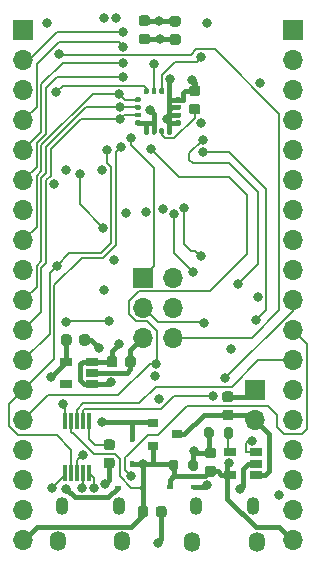
<source format=gbl>
%TF.GenerationSoftware,KiCad,Pcbnew,5.1.10-88a1d61d58~88~ubuntu18.04.1*%
%TF.CreationDate,2021-05-30T13:33:07+03:00*%
%TF.ProjectId,ebyte-E73-2G4M08S1x-board,65627974-652d-4453-9733-2d3247344d30,rev?*%
%TF.SameCoordinates,Original*%
%TF.FileFunction,Copper,L4,Bot*%
%TF.FilePolarity,Positive*%
%FSLAX46Y46*%
G04 Gerber Fmt 4.6, Leading zero omitted, Abs format (unit mm)*
G04 Created by KiCad (PCBNEW 5.1.10-88a1d61d58~88~ubuntu18.04.1) date 2021-05-30 13:33:07*
%MOMM*%
%LPD*%
G01*
G04 APERTURE LIST*
%TA.AperFunction,ComponentPad*%
%ADD10O,1.350000X1.700000*%
%TD*%
%TA.AperFunction,ComponentPad*%
%ADD11O,1.100000X1.500000*%
%TD*%
%TA.AperFunction,ComponentPad*%
%ADD12O,1.700000X1.700000*%
%TD*%
%TA.AperFunction,ComponentPad*%
%ADD13R,1.700000X1.700000*%
%TD*%
%TA.AperFunction,SMDPad,CuDef*%
%ADD14R,0.300000X1.400000*%
%TD*%
%TA.AperFunction,SMDPad,CuDef*%
%ADD15R,0.600000X0.450000*%
%TD*%
%TA.AperFunction,SMDPad,CuDef*%
%ADD16R,0.450000X0.600000*%
%TD*%
%TA.AperFunction,SMDPad,CuDef*%
%ADD17R,1.060000X0.650000*%
%TD*%
%TA.AperFunction,SMDPad,CuDef*%
%ADD18R,0.900000X0.800000*%
%TD*%
%TA.AperFunction,ViaPad*%
%ADD19C,0.800000*%
%TD*%
%TA.AperFunction,Conductor*%
%ADD20C,0.400000*%
%TD*%
%TA.AperFunction,Conductor*%
%ADD21C,0.200000*%
%TD*%
G04 APERTURE END LIST*
%TO.P,C11,2*%
%TO.N,VBUS*%
%TA.AperFunction,SMDPad,CuDef*%
G36*
G01*
X148405000Y-113923000D02*
X148405000Y-114423000D01*
G75*
G02*
X148180000Y-114648000I-225000J0D01*
G01*
X147730000Y-114648000D01*
G75*
G02*
X147505000Y-114423000I0J225000D01*
G01*
X147505000Y-113923000D01*
G75*
G02*
X147730000Y-113698000I225000J0D01*
G01*
X148180000Y-113698000D01*
G75*
G02*
X148405000Y-113923000I0J-225000D01*
G01*
G37*
%TD.AperFunction*%
%TO.P,C11,1*%
%TO.N,GND*%
%TA.AperFunction,SMDPad,CuDef*%
G36*
G01*
X149955000Y-113923000D02*
X149955000Y-114423000D01*
G75*
G02*
X149730000Y-114648000I-225000J0D01*
G01*
X149280000Y-114648000D01*
G75*
G02*
X149055000Y-114423000I0J225000D01*
G01*
X149055000Y-113923000D01*
G75*
G02*
X149280000Y-113698000I225000J0D01*
G01*
X149730000Y-113698000D01*
G75*
G02*
X149955000Y-113923000I0J-225000D01*
G01*
G37*
%TD.AperFunction*%
%TD*%
%TO.P,C9,2*%
%TO.N,GND*%
%TA.AperFunction,SMDPad,CuDef*%
G36*
G01*
X150922800Y-73094000D02*
X150422800Y-73094000D01*
G75*
G02*
X150197800Y-72869000I0J225000D01*
G01*
X150197800Y-72419000D01*
G75*
G02*
X150422800Y-72194000I225000J0D01*
G01*
X150922800Y-72194000D01*
G75*
G02*
X151147800Y-72419000I0J-225000D01*
G01*
X151147800Y-72869000D01*
G75*
G02*
X150922800Y-73094000I-225000J0D01*
G01*
G37*
%TD.AperFunction*%
%TO.P,C9,1*%
%TO.N,VDD*%
%TA.AperFunction,SMDPad,CuDef*%
G36*
G01*
X150922800Y-74644000D02*
X150422800Y-74644000D01*
G75*
G02*
X150197800Y-74419000I0J225000D01*
G01*
X150197800Y-73969000D01*
G75*
G02*
X150422800Y-73744000I225000J0D01*
G01*
X150922800Y-73744000D01*
G75*
G02*
X151147800Y-73969000I0J-225000D01*
G01*
X151147800Y-74419000D01*
G75*
G02*
X150922800Y-74644000I-225000J0D01*
G01*
G37*
%TD.AperFunction*%
%TD*%
%TO.P,C10,2*%
%TO.N,GND*%
%TA.AperFunction,SMDPad,CuDef*%
G36*
G01*
X148332000Y-73043200D02*
X147832000Y-73043200D01*
G75*
G02*
X147607000Y-72818200I0J225000D01*
G01*
X147607000Y-72368200D01*
G75*
G02*
X147832000Y-72143200I225000J0D01*
G01*
X148332000Y-72143200D01*
G75*
G02*
X148557000Y-72368200I0J-225000D01*
G01*
X148557000Y-72818200D01*
G75*
G02*
X148332000Y-73043200I-225000J0D01*
G01*
G37*
%TD.AperFunction*%
%TO.P,C10,1*%
%TO.N,VDD*%
%TA.AperFunction,SMDPad,CuDef*%
G36*
G01*
X148332000Y-74593200D02*
X147832000Y-74593200D01*
G75*
G02*
X147607000Y-74368200I0J225000D01*
G01*
X147607000Y-73918200D01*
G75*
G02*
X147832000Y-73693200I225000J0D01*
G01*
X148332000Y-73693200D01*
G75*
G02*
X148557000Y-73918200I0J-225000D01*
G01*
X148557000Y-74368200D01*
G75*
G02*
X148332000Y-74593200I-225000J0D01*
G01*
G37*
%TD.AperFunction*%
%TD*%
D10*
%TO.P,J1,6*%
%TO.N,Net-(J1-Pad6)*%
X146215000Y-116685000D03*
X140755000Y-116685000D03*
D11*
X145905000Y-113685000D03*
X141065000Y-113685000D03*
%TD*%
D10*
%TO.P,J2,6*%
%TO.N,Net-(J1-Pad6)*%
X157599000Y-116697000D03*
X152139000Y-116697000D03*
D11*
X157289000Y-113697000D03*
X152449000Y-113697000D03*
%TD*%
%TO.P,R2,2*%
%TO.N,GND*%
%TA.AperFunction,SMDPad,CuDef*%
G36*
G01*
X151809000Y-110511000D02*
X151809000Y-109961000D01*
G75*
G02*
X152009000Y-109761000I200000J0D01*
G01*
X152409000Y-109761000D01*
G75*
G02*
X152609000Y-109961000I0J-200000D01*
G01*
X152609000Y-110511000D01*
G75*
G02*
X152409000Y-110711000I-200000J0D01*
G01*
X152009000Y-110711000D01*
G75*
G02*
X151809000Y-110511000I0J200000D01*
G01*
G37*
%TD.AperFunction*%
%TO.P,R2,1*%
%TO.N,VBUS*%
%TA.AperFunction,SMDPad,CuDef*%
G36*
G01*
X150159000Y-110511000D02*
X150159000Y-109961000D01*
G75*
G02*
X150359000Y-109761000I200000J0D01*
G01*
X150759000Y-109761000D01*
G75*
G02*
X150959000Y-109961000I0J-200000D01*
G01*
X150959000Y-110511000D01*
G75*
G02*
X150759000Y-110711000I-200000J0D01*
G01*
X150359000Y-110711000D01*
G75*
G02*
X150159000Y-110511000I0J200000D01*
G01*
G37*
%TD.AperFunction*%
%TD*%
D12*
%TO.P,J5,18*%
%TO.N,VBUS*%
X160655000Y-116586000D03*
%TO.P,J5,17*%
%TO.N,GND*%
X160655000Y-114046000D03*
%TO.P,J5,16*%
X160655000Y-111506000D03*
%TO.P,J5,15*%
%TO.N,VDD*%
X160655000Y-108966000D03*
%TO.P,J5,14*%
%TO.N,P0.04*%
X160655000Y-106426000D03*
%TO.P,J5,13*%
%TO.N,P1.09*%
X160655000Y-103886000D03*
%TO.P,J5,12*%
%TO.N,P0.08*%
X160655000Y-101346000D03*
%TO.P,J5,11*%
%TO.N,P0.05*%
X160655000Y-98806000D03*
%TO.P,J5,10*%
%TO.N,P0.06*%
X160655000Y-96266000D03*
%TO.P,J5,9*%
%TO.N,P0.26*%
X160655000Y-93726000D03*
%TO.P,J5,8*%
%TO.N,P0.30*%
X160655000Y-91186000D03*
%TO.P,J5,7*%
%TO.N,P0.31*%
X160655000Y-88646000D03*
%TO.P,J5,6*%
%TO.N,P0.29*%
X160655000Y-86106000D03*
%TO.P,J5,5*%
%TO.N,P0.02*%
X160655000Y-83566000D03*
%TO.P,J5,4*%
%TO.N,P1.05*%
X160655000Y-81026000D03*
%TO.P,J5,3*%
%TO.N,P0.28*%
X160655000Y-78486000D03*
%TO.P,J5,2*%
%TO.N,P0.03*%
X160655000Y-75946000D03*
D13*
%TO.P,J5,1*%
%TO.N,P0.25*%
X160655000Y-73406000D03*
%TD*%
D14*
%TO.P,U3,10*%
%TO.N,Net-(C3-Pad2)*%
X143367000Y-106512000D03*
%TO.P,U3,9*%
%TO.N,P0.06*%
X142867000Y-106512000D03*
%TO.P,U3,8*%
%TO.N,P0.08*%
X142367000Y-106512000D03*
%TO.P,U3,7*%
%TO.N,VBUS*%
X141867000Y-106512000D03*
%TO.P,U3,6*%
%TO.N,Net-(D8-Pad2)*%
X141367000Y-106512000D03*
%TO.P,U3,5*%
%TO.N,P0.05*%
X141367000Y-110912000D03*
%TO.P,U3,4*%
%TO.N,P0.07*%
X141867000Y-110912000D03*
%TO.P,U3,3*%
%TO.N,GND*%
X142367000Y-110912000D03*
%TO.P,U3,2*%
%TO.N,/UART_D-*%
X142867000Y-110912000D03*
%TO.P,U3,1*%
%TO.N,/UART_D+*%
X143367000Y-110912000D03*
%TD*%
%TO.P,C1,2*%
%TO.N,GND*%
%TA.AperFunction,SMDPad,CuDef*%
G36*
G01*
X153920000Y-109657000D02*
X153420000Y-109657000D01*
G75*
G02*
X153195000Y-109432000I0J225000D01*
G01*
X153195000Y-108982000D01*
G75*
G02*
X153420000Y-108757000I225000J0D01*
G01*
X153920000Y-108757000D01*
G75*
G02*
X154145000Y-108982000I0J-225000D01*
G01*
X154145000Y-109432000D01*
G75*
G02*
X153920000Y-109657000I-225000J0D01*
G01*
G37*
%TD.AperFunction*%
%TO.P,C1,1*%
%TO.N,VBUS*%
%TA.AperFunction,SMDPad,CuDef*%
G36*
G01*
X153920000Y-111207000D02*
X153420000Y-111207000D01*
G75*
G02*
X153195000Y-110982000I0J225000D01*
G01*
X153195000Y-110532000D01*
G75*
G02*
X153420000Y-110307000I225000J0D01*
G01*
X153920000Y-110307000D01*
G75*
G02*
X154145000Y-110532000I0J-225000D01*
G01*
X154145000Y-110982000D01*
G75*
G02*
X153920000Y-111207000I-225000J0D01*
G01*
G37*
%TD.AperFunction*%
%TD*%
D15*
%TO.P,D3,2*%
%TO.N,/USB2VBUS*%
X152307000Y-112077500D03*
%TO.P,D3,1*%
%TO.N,VBUS*%
X150207000Y-112077500D03*
%TD*%
%TO.P,U4,16*%
%TO.N,VDD*%
%TA.AperFunction,SMDPad,CuDef*%
G36*
G01*
X148050000Y-82139000D02*
X148050000Y-81789000D01*
G75*
G02*
X148150000Y-81689000I100000J0D01*
G01*
X148350000Y-81689000D01*
G75*
G02*
X148450000Y-81789000I0J-100000D01*
G01*
X148450000Y-82139000D01*
G75*
G02*
X148350000Y-82239000I-100000J0D01*
G01*
X148150000Y-82239000D01*
G75*
G02*
X148050000Y-82139000I0J100000D01*
G01*
G37*
%TD.AperFunction*%
%TO.P,U4,15*%
%TA.AperFunction,SMDPad,CuDef*%
G36*
G01*
X148700000Y-82139000D02*
X148700000Y-81789000D01*
G75*
G02*
X148800000Y-81689000I100000J0D01*
G01*
X149000000Y-81689000D01*
G75*
G02*
X149100000Y-81789000I0J-100000D01*
G01*
X149100000Y-82139000D01*
G75*
G02*
X149000000Y-82239000I-100000J0D01*
G01*
X148800000Y-82239000D01*
G75*
G02*
X148700000Y-82139000I0J100000D01*
G01*
G37*
%TD.AperFunction*%
%TO.P,U4,14*%
%TO.N,Net-(C6-Pad1)*%
%TA.AperFunction,SMDPad,CuDef*%
G36*
G01*
X149350000Y-82139000D02*
X149350000Y-81789000D01*
G75*
G02*
X149450000Y-81689000I100000J0D01*
G01*
X149650000Y-81689000D01*
G75*
G02*
X149750000Y-81789000I0J-100000D01*
G01*
X149750000Y-82139000D01*
G75*
G02*
X149650000Y-82239000I-100000J0D01*
G01*
X149450000Y-82239000D01*
G75*
G02*
X149350000Y-82139000I0J100000D01*
G01*
G37*
%TD.AperFunction*%
%TO.P,U4,13*%
%TO.N,GND*%
%TA.AperFunction,SMDPad,CuDef*%
G36*
G01*
X150000000Y-82139000D02*
X150000000Y-81789000D01*
G75*
G02*
X150100000Y-81689000I100000J0D01*
G01*
X150300000Y-81689000D01*
G75*
G02*
X150400000Y-81789000I0J-100000D01*
G01*
X150400000Y-82139000D01*
G75*
G02*
X150300000Y-82239000I-100000J0D01*
G01*
X150100000Y-82239000D01*
G75*
G02*
X150000000Y-82139000I0J100000D01*
G01*
G37*
%TD.AperFunction*%
%TO.P,U4,12*%
%TA.AperFunction,SMDPad,CuDef*%
G36*
G01*
X150650000Y-81339000D02*
X150650000Y-81139000D01*
G75*
G02*
X150750000Y-81039000I100000J0D01*
G01*
X151100000Y-81039000D01*
G75*
G02*
X151200000Y-81139000I0J-100000D01*
G01*
X151200000Y-81339000D01*
G75*
G02*
X151100000Y-81439000I-100000J0D01*
G01*
X150750000Y-81439000D01*
G75*
G02*
X150650000Y-81339000I0J100000D01*
G01*
G37*
%TD.AperFunction*%
%TO.P,U4,11*%
%TA.AperFunction,SMDPad,CuDef*%
G36*
G01*
X150650000Y-80689000D02*
X150650000Y-80489000D01*
G75*
G02*
X150750000Y-80389000I100000J0D01*
G01*
X151100000Y-80389000D01*
G75*
G02*
X151200000Y-80489000I0J-100000D01*
G01*
X151200000Y-80689000D01*
G75*
G02*
X151100000Y-80789000I-100000J0D01*
G01*
X150750000Y-80789000D01*
G75*
G02*
X150650000Y-80689000I0J100000D01*
G01*
G37*
%TD.AperFunction*%
%TO.P,U4,10*%
%TA.AperFunction,SMDPad,CuDef*%
G36*
G01*
X150650000Y-80039000D02*
X150650000Y-79839000D01*
G75*
G02*
X150750000Y-79739000I100000J0D01*
G01*
X151100000Y-79739000D01*
G75*
G02*
X151200000Y-79839000I0J-100000D01*
G01*
X151200000Y-80039000D01*
G75*
G02*
X151100000Y-80139000I-100000J0D01*
G01*
X150750000Y-80139000D01*
G75*
G02*
X150650000Y-80039000I0J100000D01*
G01*
G37*
%TD.AperFunction*%
%TO.P,U4,9*%
%TA.AperFunction,SMDPad,CuDef*%
G36*
G01*
X150650000Y-79389000D02*
X150650000Y-79189000D01*
G75*
G02*
X150750000Y-79089000I100000J0D01*
G01*
X151100000Y-79089000D01*
G75*
G02*
X151200000Y-79189000I0J-100000D01*
G01*
X151200000Y-79389000D01*
G75*
G02*
X151100000Y-79489000I-100000J0D01*
G01*
X150750000Y-79489000D01*
G75*
G02*
X150650000Y-79389000I0J100000D01*
G01*
G37*
%TD.AperFunction*%
%TO.P,U4,8*%
%TA.AperFunction,SMDPad,CuDef*%
G36*
G01*
X150000000Y-78739000D02*
X150000000Y-78389000D01*
G75*
G02*
X150100000Y-78289000I100000J0D01*
G01*
X150300000Y-78289000D01*
G75*
G02*
X150400000Y-78389000I0J-100000D01*
G01*
X150400000Y-78739000D01*
G75*
G02*
X150300000Y-78839000I-100000J0D01*
G01*
X150100000Y-78839000D01*
G75*
G02*
X150000000Y-78739000I0J100000D01*
G01*
G37*
%TD.AperFunction*%
%TO.P,U4,7*%
%TO.N,P0.25*%
%TA.AperFunction,SMDPad,CuDef*%
G36*
G01*
X149350000Y-78739000D02*
X149350000Y-78389000D01*
G75*
G02*
X149450000Y-78289000I100000J0D01*
G01*
X149650000Y-78289000D01*
G75*
G02*
X149750000Y-78389000I0J-100000D01*
G01*
X149750000Y-78739000D01*
G75*
G02*
X149650000Y-78839000I-100000J0D01*
G01*
X149450000Y-78839000D01*
G75*
G02*
X149350000Y-78739000I0J100000D01*
G01*
G37*
%TD.AperFunction*%
%TO.P,U4,6*%
%TO.N,P0.26*%
%TA.AperFunction,SMDPad,CuDef*%
G36*
G01*
X148700000Y-78739000D02*
X148700000Y-78389000D01*
G75*
G02*
X148800000Y-78289000I100000J0D01*
G01*
X149000000Y-78289000D01*
G75*
G02*
X149100000Y-78389000I0J-100000D01*
G01*
X149100000Y-78739000D01*
G75*
G02*
X149000000Y-78839000I-100000J0D01*
G01*
X148800000Y-78839000D01*
G75*
G02*
X148700000Y-78739000I0J100000D01*
G01*
G37*
%TD.AperFunction*%
%TO.P,U4,5*%
%TO.N,P0.24*%
%TA.AperFunction,SMDPad,CuDef*%
G36*
G01*
X148050000Y-78739000D02*
X148050000Y-78389000D01*
G75*
G02*
X148150000Y-78289000I100000J0D01*
G01*
X148350000Y-78289000D01*
G75*
G02*
X148450000Y-78389000I0J-100000D01*
G01*
X148450000Y-78739000D01*
G75*
G02*
X148350000Y-78839000I-100000J0D01*
G01*
X148150000Y-78839000D01*
G75*
G02*
X148050000Y-78739000I0J100000D01*
G01*
G37*
%TD.AperFunction*%
%TO.P,U4,4*%
%TO.N,P0.22*%
%TA.AperFunction,SMDPad,CuDef*%
G36*
G01*
X147250000Y-79389000D02*
X147250000Y-79189000D01*
G75*
G02*
X147350000Y-79089000I100000J0D01*
G01*
X147700000Y-79089000D01*
G75*
G02*
X147800000Y-79189000I0J-100000D01*
G01*
X147800000Y-79389000D01*
G75*
G02*
X147700000Y-79489000I-100000J0D01*
G01*
X147350000Y-79489000D01*
G75*
G02*
X147250000Y-79389000I0J100000D01*
G01*
G37*
%TD.AperFunction*%
%TO.P,U4,3*%
%TO.N,P0.20*%
%TA.AperFunction,SMDPad,CuDef*%
G36*
G01*
X147250000Y-80039000D02*
X147250000Y-79839000D01*
G75*
G02*
X147350000Y-79739000I100000J0D01*
G01*
X147700000Y-79739000D01*
G75*
G02*
X147800000Y-79839000I0J-100000D01*
G01*
X147800000Y-80039000D01*
G75*
G02*
X147700000Y-80139000I-100000J0D01*
G01*
X147350000Y-80139000D01*
G75*
G02*
X147250000Y-80039000I0J100000D01*
G01*
G37*
%TD.AperFunction*%
%TO.P,U4,2*%
%TO.N,P0.17*%
%TA.AperFunction,SMDPad,CuDef*%
G36*
G01*
X147250000Y-80689000D02*
X147250000Y-80489000D01*
G75*
G02*
X147350000Y-80389000I100000J0D01*
G01*
X147700000Y-80389000D01*
G75*
G02*
X147800000Y-80489000I0J-100000D01*
G01*
X147800000Y-80689000D01*
G75*
G02*
X147700000Y-80789000I-100000J0D01*
G01*
X147350000Y-80789000D01*
G75*
G02*
X147250000Y-80689000I0J100000D01*
G01*
G37*
%TD.AperFunction*%
%TO.P,U4,1*%
%TO.N,VDD*%
%TA.AperFunction,SMDPad,CuDef*%
G36*
G01*
X147250000Y-81339000D02*
X147250000Y-81139000D01*
G75*
G02*
X147350000Y-81039000I100000J0D01*
G01*
X147700000Y-81039000D01*
G75*
G02*
X147800000Y-81139000I0J-100000D01*
G01*
X147800000Y-81339000D01*
G75*
G02*
X147700000Y-81439000I-100000J0D01*
G01*
X147350000Y-81439000D01*
G75*
G02*
X147250000Y-81339000I0J100000D01*
G01*
G37*
%TD.AperFunction*%
%TD*%
%TO.P,D2,2*%
%TO.N,/USB1VBUS*%
X145855000Y-112141000D03*
%TO.P,D2,1*%
%TO.N,VBUS*%
X147955000Y-112141000D03*
%TD*%
%TO.P,C3,2*%
%TO.N,Net-(C3-Pad2)*%
%TA.AperFunction,SMDPad,CuDef*%
G36*
G01*
X145347500Y-108958500D02*
X144847500Y-108958500D01*
G75*
G02*
X144622500Y-108733500I0J225000D01*
G01*
X144622500Y-108283500D01*
G75*
G02*
X144847500Y-108058500I225000J0D01*
G01*
X145347500Y-108058500D01*
G75*
G02*
X145572500Y-108283500I0J-225000D01*
G01*
X145572500Y-108733500D01*
G75*
G02*
X145347500Y-108958500I-225000J0D01*
G01*
G37*
%TD.AperFunction*%
%TO.P,C3,1*%
%TO.N,GND*%
%TA.AperFunction,SMDPad,CuDef*%
G36*
G01*
X145347500Y-110508500D02*
X144847500Y-110508500D01*
G75*
G02*
X144622500Y-110283500I0J225000D01*
G01*
X144622500Y-109833500D01*
G75*
G02*
X144847500Y-109608500I225000J0D01*
G01*
X145347500Y-109608500D01*
G75*
G02*
X145572500Y-109833500I0J-225000D01*
G01*
X145572500Y-110283500D01*
G75*
G02*
X145347500Y-110508500I-225000J0D01*
G01*
G37*
%TD.AperFunction*%
%TD*%
D16*
%TO.P,D1,2*%
%TO.N,VBUS*%
X147002500Y-110143000D03*
%TO.P,D1,1*%
%TO.N,VDDH*%
X147002500Y-108043000D03*
%TD*%
D17*
%TO.P,U1,5*%
%TO.N,Net-(R3-Pad2)*%
X155300500Y-109159000D03*
%TO.P,U1,4*%
%TO.N,VBUS*%
X155300500Y-111059000D03*
%TO.P,U1,3*%
%TO.N,VBAT*%
X157500500Y-111059000D03*
%TO.P,U1,2*%
%TO.N,GND*%
X157500500Y-110109000D03*
%TO.P,U1,1*%
%TO.N,Net-(D4-Pad1)*%
X157500500Y-109159000D03*
%TD*%
%TO.P,C5,2*%
%TO.N,GND*%
%TA.AperFunction,SMDPad,CuDef*%
G36*
G01*
X155393200Y-104894800D02*
X154893200Y-104894800D01*
G75*
G02*
X154668200Y-104669800I0J225000D01*
G01*
X154668200Y-104219800D01*
G75*
G02*
X154893200Y-103994800I225000J0D01*
G01*
X155393200Y-103994800D01*
G75*
G02*
X155618200Y-104219800I0J-225000D01*
G01*
X155618200Y-104669800D01*
G75*
G02*
X155393200Y-104894800I-225000J0D01*
G01*
G37*
%TD.AperFunction*%
%TO.P,C5,1*%
%TO.N,VBAT*%
%TA.AperFunction,SMDPad,CuDef*%
G36*
G01*
X155393200Y-106444800D02*
X154893200Y-106444800D01*
G75*
G02*
X154668200Y-106219800I0J225000D01*
G01*
X154668200Y-105769800D01*
G75*
G02*
X154893200Y-105544800I225000J0D01*
G01*
X155393200Y-105544800D01*
G75*
G02*
X155618200Y-105769800I0J-225000D01*
G01*
X155618200Y-106219800D01*
G75*
G02*
X155393200Y-106444800I-225000J0D01*
G01*
G37*
%TD.AperFunction*%
%TD*%
D12*
%TO.P,J4,18*%
%TO.N,VBUS*%
X137795000Y-116586000D03*
%TO.P,J4,17*%
%TO.N,GND*%
X137795000Y-114046000D03*
%TO.P,J4,16*%
X137795000Y-111506000D03*
%TO.P,J4,15*%
%TO.N,VDD*%
X137795000Y-108966000D03*
%TO.P,J4,14*%
%TO.N,P0.12*%
X137795000Y-106426000D03*
%TO.P,J4,13*%
%TO.N,P0.07*%
X137795000Y-103886000D03*
%TO.P,J4,12*%
%TO.N,P0.15*%
X137795000Y-101346000D03*
%TO.P,J4,11*%
%TO.N,P0.17*%
X137795000Y-98806000D03*
%TO.P,J4,10*%
%TO.N,P0.20*%
X137795000Y-96266000D03*
%TO.P,J4,9*%
%TO.N,P0.13*%
X137795000Y-93726000D03*
%TO.P,J4,8*%
%TO.N,P0.22*%
X137795000Y-91186000D03*
%TO.P,J4,7*%
%TO.N,P0.24*%
X137795000Y-88646000D03*
%TO.P,J4,6*%
%TO.N,SWO*%
X137795000Y-86106000D03*
%TO.P,J4,5*%
%TO.N,P1.02*%
X137795000Y-83566000D03*
%TO.P,J4,4*%
%TO.N,P1.04*%
X137795000Y-81026000D03*
%TO.P,J4,3*%
%TO.N,P0.09*%
X137795000Y-78486000D03*
%TO.P,J4,2*%
%TO.N,P1.06*%
X137795000Y-75946000D03*
D13*
%TO.P,J4,1*%
%TO.N,P0.10*%
X137795000Y-73406000D03*
%TD*%
%TO.P,R3,2*%
%TO.N,Net-(R3-Pad2)*%
%TA.AperFunction,SMDPad,CuDef*%
G36*
G01*
X154794000Y-107780500D02*
X154794000Y-107230500D01*
G75*
G02*
X154994000Y-107030500I200000J0D01*
G01*
X155394000Y-107030500D01*
G75*
G02*
X155594000Y-107230500I0J-200000D01*
G01*
X155594000Y-107780500D01*
G75*
G02*
X155394000Y-107980500I-200000J0D01*
G01*
X154994000Y-107980500D01*
G75*
G02*
X154794000Y-107780500I0J200000D01*
G01*
G37*
%TD.AperFunction*%
%TO.P,R3,1*%
%TO.N,GND*%
%TA.AperFunction,SMDPad,CuDef*%
G36*
G01*
X153144000Y-107780500D02*
X153144000Y-107230500D01*
G75*
G02*
X153344000Y-107030500I200000J0D01*
G01*
X153744000Y-107030500D01*
G75*
G02*
X153944000Y-107230500I0J-200000D01*
G01*
X153944000Y-107780500D01*
G75*
G02*
X153744000Y-107980500I-200000J0D01*
G01*
X153344000Y-107980500D01*
G75*
G02*
X153144000Y-107780500I0J200000D01*
G01*
G37*
%TD.AperFunction*%
%TD*%
D18*
%TO.P,Q1,3*%
%TO.N,VBAT*%
X150796500Y-107632500D03*
%TO.P,Q1,2*%
%TO.N,VDDH*%
X148796500Y-106682500D03*
%TO.P,Q1,1*%
%TO.N,VBUS*%
X148796500Y-108582500D03*
%TD*%
%TO.P,C4,2*%
%TO.N,GND*%
%TA.AperFunction,SMDPad,CuDef*%
G36*
G01*
X142565000Y-99881500D02*
X142565000Y-99381500D01*
G75*
G02*
X142790000Y-99156500I225000J0D01*
G01*
X143240000Y-99156500D01*
G75*
G02*
X143465000Y-99381500I0J-225000D01*
G01*
X143465000Y-99881500D01*
G75*
G02*
X143240000Y-100106500I-225000J0D01*
G01*
X142790000Y-100106500D01*
G75*
G02*
X142565000Y-99881500I0J225000D01*
G01*
G37*
%TD.AperFunction*%
%TO.P,C4,1*%
%TO.N,VDD*%
%TA.AperFunction,SMDPad,CuDef*%
G36*
G01*
X141015000Y-99881500D02*
X141015000Y-99381500D01*
G75*
G02*
X141240000Y-99156500I225000J0D01*
G01*
X141690000Y-99156500D01*
G75*
G02*
X141915000Y-99381500I0J-225000D01*
G01*
X141915000Y-99881500D01*
G75*
G02*
X141690000Y-100106500I-225000J0D01*
G01*
X141240000Y-100106500D01*
G75*
G02*
X141015000Y-99881500I0J225000D01*
G01*
G37*
%TD.AperFunction*%
%TD*%
D17*
%TO.P,U2,5*%
%TO.N,VDD*%
X141444800Y-101462800D03*
%TO.P,U2,4*%
%TO.N,N/C*%
X141444800Y-103362800D03*
%TO.P,U2,3*%
%TO.N,VDDH*%
X143644800Y-103362800D03*
%TO.P,U2,2*%
%TO.N,GND*%
X143644800Y-102412800D03*
%TO.P,U2,1*%
%TO.N,VDDH*%
X143644800Y-101462800D03*
%TD*%
%TO.P,C2,2*%
%TO.N,GND*%
%TA.AperFunction,SMDPad,CuDef*%
G36*
G01*
X146438500Y-101723000D02*
X146438500Y-101223000D01*
G75*
G02*
X146663500Y-100998000I225000J0D01*
G01*
X147113500Y-100998000D01*
G75*
G02*
X147338500Y-101223000I0J-225000D01*
G01*
X147338500Y-101723000D01*
G75*
G02*
X147113500Y-101948000I-225000J0D01*
G01*
X146663500Y-101948000D01*
G75*
G02*
X146438500Y-101723000I0J225000D01*
G01*
G37*
%TD.AperFunction*%
%TO.P,C2,1*%
%TO.N,VDDH*%
%TA.AperFunction,SMDPad,CuDef*%
G36*
G01*
X144888500Y-101723000D02*
X144888500Y-101223000D01*
G75*
G02*
X145113500Y-100998000I225000J0D01*
G01*
X145563500Y-100998000D01*
G75*
G02*
X145788500Y-101223000I0J-225000D01*
G01*
X145788500Y-101723000D01*
G75*
G02*
X145563500Y-101948000I-225000J0D01*
G01*
X145113500Y-101948000D01*
G75*
G02*
X144888500Y-101723000I0J225000D01*
G01*
G37*
%TD.AperFunction*%
%TD*%
%TO.P,C6,2*%
%TO.N,GND*%
%TA.AperFunction,SMDPad,CuDef*%
G36*
G01*
X152586500Y-78986500D02*
X152086500Y-78986500D01*
G75*
G02*
X151861500Y-78761500I0J225000D01*
G01*
X151861500Y-78311500D01*
G75*
G02*
X152086500Y-78086500I225000J0D01*
G01*
X152586500Y-78086500D01*
G75*
G02*
X152811500Y-78311500I0J-225000D01*
G01*
X152811500Y-78761500D01*
G75*
G02*
X152586500Y-78986500I-225000J0D01*
G01*
G37*
%TD.AperFunction*%
%TO.P,C6,1*%
%TO.N,Net-(C6-Pad1)*%
%TA.AperFunction,SMDPad,CuDef*%
G36*
G01*
X152586500Y-80536500D02*
X152086500Y-80536500D01*
G75*
G02*
X151861500Y-80311500I0J225000D01*
G01*
X151861500Y-79861500D01*
G75*
G02*
X152086500Y-79636500I225000J0D01*
G01*
X152586500Y-79636500D01*
G75*
G02*
X152811500Y-79861500I0J-225000D01*
G01*
X152811500Y-80311500D01*
G75*
G02*
X152586500Y-80536500I-225000J0D01*
G01*
G37*
%TD.AperFunction*%
%TD*%
D12*
%TO.P,J7,6*%
%TO.N,SWC*%
X150495000Y-99441000D03*
%TO.P,J7,5*%
%TO.N,GND*%
X147955000Y-99441000D03*
%TO.P,J7,4*%
%TO.N,SWD*%
X150495000Y-96901000D03*
%TO.P,J7,3*%
%TO.N,RST*%
X147955000Y-96901000D03*
%TO.P,J7,2*%
%TO.N,VDD*%
X150495000Y-94361000D03*
D13*
%TO.P,J7,1*%
%TO.N,SWO*%
X147955000Y-94361000D03*
%TD*%
D12*
%TO.P,J3,2*%
%TO.N,VBAT*%
X157429200Y-106426000D03*
D13*
%TO.P,J3,1*%
%TO.N,GND*%
X157429200Y-103886000D03*
%TD*%
D19*
%TO.N,GND*%
X157861000Y-77851000D03*
X149987000Y-80899000D03*
X156210000Y-112217200D03*
X149199600Y-116789200D03*
X144722307Y-111850410D03*
X152908000Y-81280000D03*
X152095200Y-77622400D03*
X150266400Y-77571600D03*
X149352000Y-72593200D03*
X144477990Y-85219154D03*
X148212011Y-88831378D03*
X144221200Y-100330000D03*
X153416000Y-72771000D03*
X144653000Y-72390000D03*
X159512000Y-112776000D03*
X139827000Y-72771000D03*
X145669000Y-72390000D03*
X152258160Y-109033545D03*
X149288500Y-104648000D03*
X144653000Y-95440500D03*
X157704968Y-96012000D03*
X142846842Y-109356307D03*
X149199600Y-116789200D03*
%TO.N,VBUS*%
X155244800Y-110084002D03*
X141400540Y-85234774D03*
X147984500Y-110143000D03*
%TO.N,VDD*%
X148590000Y-80162400D03*
X149428800Y-74194000D03*
X140463272Y-86417191D03*
X149612022Y-88585956D03*
X149012593Y-102696254D03*
X145478500Y-92837000D03*
X140144500Y-102743000D03*
X155448000Y-100393500D03*
%TO.N,SWD*%
X145097500Y-98044000D03*
X141478000Y-98107500D03*
%TO.N,SWC*%
X140868400Y-75387200D03*
%TO.N,RST*%
X153098500Y-98171000D03*
X142600553Y-85540473D03*
X144591010Y-90115484D03*
%TO.N,VDDH*%
X144526000Y-106616500D03*
X146507200Y-88849200D03*
X145961010Y-99959496D03*
X145240906Y-103207837D03*
%TO.N,P0.15*%
X144932400Y-83566000D03*
X140640862Y-93333362D03*
%TO.N,P0.12*%
X148675856Y-83486280D03*
X149098000Y-101663500D03*
%TO.N,P0.08*%
X153009600Y-83718400D03*
X157530482Y-97930018D03*
%TO.N,P0.06*%
X154940000Y-102870000D03*
X153924000Y-104394000D03*
%TO.N,P0.05*%
X151407938Y-88433035D03*
X152844500Y-92519500D03*
X146939000Y-111125000D03*
X140271500Y-112141000D03*
%TO.N,P0.07*%
X146100800Y-83312000D03*
%TO.N,Net-(D4-Pad1)*%
X157226000Y-108153200D03*
%TO.N,P0.20*%
X146050000Y-79883000D03*
%TO.N,P0.17*%
X146050000Y-80899000D03*
%TO.N,P0.04*%
X153009600Y-82702400D03*
X156011498Y-94932500D03*
%TO.N,P1.09*%
X150546752Y-88941347D03*
X152213671Y-93911009D03*
%TO.N,P1.06*%
X146304000Y-73533000D03*
%TO.N,P1.04*%
X146304000Y-74788790D03*
%TO.N,P1.02*%
X146304000Y-76188810D03*
%TO.N,SWO*%
X146304000Y-77343000D03*
X146964400Y-82550000D03*
%TO.N,P0.26*%
X148869616Y-76243804D03*
%TO.N,P0.25*%
X152903900Y-75713936D03*
%TO.N,P0.24*%
X140586981Y-78666811D03*
%TO.N,P0.22*%
X145961087Y-78805010D03*
%TO.N,/UART_D-*%
X142759388Y-112164002D03*
%TO.N,/UART_D+*%
X143774106Y-112168119D03*
%TO.N,/USB1VBUS*%
X141478000Y-112268000D03*
%TO.N,/USB2VBUS*%
X153416000Y-111887000D03*
%TO.N,Net-(D8-Pad2)*%
X141160500Y-105029000D03*
%TD*%
D20*
%TO.N,GND*%
X150200000Y-81112000D02*
X149987000Y-80899000D01*
X150200000Y-81964000D02*
X150200000Y-81112000D01*
X150327000Y-81239000D02*
X149987000Y-80899000D01*
X150925000Y-81239000D02*
X150327000Y-81239000D01*
X150297000Y-80589000D02*
X149987000Y-80899000D01*
X150925000Y-80589000D02*
X150297000Y-80589000D01*
X150925000Y-79939000D02*
X150312000Y-79939000D01*
X150312000Y-79939000D02*
X150297000Y-79954000D01*
X150200000Y-80686000D02*
X149987000Y-80899000D01*
X150327000Y-79289000D02*
X150200000Y-79416000D01*
X150925000Y-79289000D02*
X150327000Y-79289000D01*
X150200000Y-78564000D02*
X150200000Y-79416000D01*
X150200000Y-79416000D02*
X150200000Y-80686000D01*
X153544000Y-109219000D02*
X153543000Y-109220000D01*
X153544000Y-107696000D02*
X153544000Y-109219000D01*
X156870400Y-104444800D02*
X157429200Y-103886000D01*
X155143200Y-104444800D02*
X156870400Y-104444800D01*
X144729200Y-111843517D02*
X144722307Y-111850410D01*
X150925000Y-79289000D02*
X151343000Y-79289000D01*
X150200000Y-78564000D02*
X150200000Y-77638000D01*
X150200000Y-77638000D02*
X150266400Y-77571600D01*
X149402800Y-72644000D02*
X149352000Y-72593200D01*
X150672800Y-72644000D02*
X149402800Y-72644000D01*
X144068800Y-100177600D02*
X144221200Y-100330000D01*
X148082000Y-72593200D02*
X149352000Y-72593200D01*
X153543000Y-109220000D02*
X152444615Y-109220000D01*
X152444615Y-109220000D02*
X152258160Y-109033545D01*
X152273000Y-109048385D02*
X152258160Y-109033545D01*
X143522700Y-99631500D02*
X144221200Y-100330000D01*
X143015000Y-99631500D02*
X143522700Y-99631500D01*
X156875498Y-110109000D02*
X156400500Y-110583998D01*
X157500500Y-110109000D02*
X156875498Y-110109000D01*
X156400500Y-112026700D02*
X156210000Y-112217200D01*
X156400500Y-110583998D02*
X156400500Y-112026700D01*
X152209000Y-109082705D02*
X152258160Y-109033545D01*
X152209000Y-110236000D02*
X152209000Y-109082705D01*
X145097500Y-111475217D02*
X144722307Y-111850410D01*
X145097500Y-110058500D02*
X145097500Y-111475217D01*
X151343000Y-79289000D02*
X151343000Y-78717500D01*
X151524000Y-78536500D02*
X152336500Y-78536500D01*
X151343000Y-78717500D02*
X151524000Y-78536500D01*
X152095200Y-77622400D02*
X152095200Y-77673200D01*
X152336500Y-77914500D02*
X152336500Y-78536500D01*
X152095200Y-77673200D02*
X152336500Y-77914500D01*
X147955000Y-99441000D02*
X146875500Y-100520500D01*
X146875500Y-101460000D02*
X146888500Y-101473000D01*
X146875500Y-100520500D02*
X146875500Y-101460000D01*
X143649765Y-102407835D02*
X143644800Y-102412800D01*
X146575665Y-102407835D02*
X143649765Y-102407835D01*
X146888500Y-101473000D02*
X146888500Y-102095000D01*
X146888500Y-102095000D02*
X146575665Y-102407835D01*
D21*
X142367000Y-109836149D02*
X142846842Y-109356307D01*
X142367000Y-110912000D02*
X142367000Y-109836149D01*
D20*
X149505000Y-114173000D02*
X149505000Y-116483800D01*
X149505000Y-116483800D02*
X149199600Y-116789200D01*
%TO.N,VBUS*%
X155110000Y-110218802D02*
X155244800Y-110084002D01*
X155110000Y-111059000D02*
X155110000Y-110218802D01*
X159515990Y-115446990D02*
X160655000Y-116586000D01*
X157495473Y-115446990D02*
X159515990Y-115446990D01*
X155110000Y-113061517D02*
X157495473Y-115446990D01*
X155110000Y-111059000D02*
X155110000Y-113061517D01*
X138946010Y-115434990D02*
X146947010Y-115434990D01*
X137795000Y-116586000D02*
X138946010Y-115434990D01*
X147955000Y-114427000D02*
X147955000Y-112141000D01*
X146947010Y-115434990D02*
X147955000Y-114427000D01*
X150530000Y-110143000D02*
X150623000Y-110236000D01*
X150207000Y-111887000D02*
X150207000Y-111476500D01*
X150207000Y-111476500D02*
X150623000Y-111060500D01*
X150673510Y-111111010D02*
X150623000Y-111060500D01*
X153201990Y-111111010D02*
X150673510Y-111111010D01*
X153543000Y-110770000D02*
X153201990Y-111111010D01*
X154305600Y-110770000D02*
X153543000Y-110770000D01*
X155110000Y-111059000D02*
X154594600Y-111059000D01*
X154594600Y-111059000D02*
X154305600Y-110770000D01*
X148796500Y-110129500D02*
X148810000Y-110143000D01*
X148796500Y-108582500D02*
X148796500Y-110129500D01*
X148810000Y-110143000D02*
X150530000Y-110143000D01*
X147955000Y-110236000D02*
X148048000Y-110143000D01*
X147862000Y-110143000D02*
X147984500Y-110143000D01*
X147955000Y-112141000D02*
X147955000Y-110236000D01*
X148048000Y-110143000D02*
X148810000Y-110143000D01*
X147984500Y-110143000D02*
X148048000Y-110143000D01*
X150559000Y-110996500D02*
X150673510Y-111111010D01*
X150559000Y-110236000D02*
X150559000Y-110996500D01*
X147984500Y-110143000D02*
X147002500Y-110143000D01*
D21*
X145564968Y-109308490D02*
X145986500Y-109730022D01*
X145986500Y-109730022D02*
X145986500Y-111188500D01*
X146939000Y-112141000D02*
X147955000Y-112141000D01*
X145986500Y-111188500D02*
X146939000Y-112141000D01*
X143788990Y-109308490D02*
X144169990Y-109308490D01*
X144169990Y-109308490D02*
X145564968Y-109308490D01*
X144106490Y-109308490D02*
X144169990Y-109308490D01*
X141867000Y-107386500D02*
X141867000Y-106512000D01*
X142081250Y-107600750D02*
X141867000Y-107386500D01*
X141992501Y-107512001D02*
X142081250Y-107600750D01*
X142081250Y-107600750D02*
X143788990Y-109308490D01*
D20*
%TO.N,VDD*%
X147525000Y-81239000D02*
X148377000Y-81239000D01*
X148250000Y-81366000D02*
X148377000Y-81239000D01*
X148250000Y-81964000D02*
X148250000Y-81366000D01*
X148885000Y-81239000D02*
X148377000Y-81239000D01*
X148900000Y-81254000D02*
X148885000Y-81239000D01*
X148900000Y-81964000D02*
X148900000Y-81254000D01*
X148900000Y-81254000D02*
X148900000Y-80472400D01*
X148900000Y-80472400D02*
X148590000Y-80162400D01*
X148132800Y-74194000D02*
X148082000Y-74143200D01*
X150672800Y-74194000D02*
X149428800Y-74194000D01*
X149428800Y-74194000D02*
X148132800Y-74194000D01*
X141424700Y-101462800D02*
X140144500Y-102743000D01*
X141444800Y-101462800D02*
X141424700Y-101462800D01*
X141465000Y-101442600D02*
X141444800Y-101462800D01*
X141465000Y-99631500D02*
X141465000Y-101442600D01*
D21*
%TO.N,SWD*%
X145097500Y-98044000D02*
X141541500Y-98044000D01*
X141541500Y-98044000D02*
X141478000Y-98107500D01*
%TO.N,SWC*%
X151993600Y-75488800D02*
X140970000Y-75488800D01*
X140970000Y-75488800D02*
X140868400Y-75387200D01*
X154030604Y-75013935D02*
X152468465Y-75013935D01*
X159504999Y-97085801D02*
X159504999Y-80488330D01*
X159504999Y-80488330D02*
X154030604Y-75013935D01*
X157149800Y-99441000D02*
X159504999Y-97085801D01*
X152468465Y-75013935D02*
X151993600Y-75488800D01*
X150495000Y-99441000D02*
X157149800Y-99441000D01*
%TO.N,RST*%
X142600553Y-85540473D02*
X142600553Y-88125027D01*
X142600553Y-88125027D02*
X144591010Y-90115484D01*
X153073100Y-98145600D02*
X153098500Y-98171000D01*
X149250400Y-98145600D02*
X153073100Y-98145600D01*
X147955000Y-96901000D02*
X148005800Y-96901000D01*
X148005800Y-96901000D02*
X149250400Y-98145600D01*
D20*
%TO.N,VBAT*%
X157310000Y-111059000D02*
X158282600Y-111059000D01*
X158282600Y-111059000D02*
X158597600Y-110744000D01*
X158597600Y-107594400D02*
X157429200Y-106426000D01*
X158597600Y-110744000D02*
X158597600Y-107594400D01*
X156998000Y-105994800D02*
X157429200Y-106426000D01*
X155143200Y-105994800D02*
X156998000Y-105994800D01*
X153085200Y-105994800D02*
X155143200Y-105994800D01*
X150796500Y-107632500D02*
X151447500Y-107632500D01*
X151447500Y-107632500D02*
X153085200Y-105994800D01*
%TO.N,VDDH*%
X143644800Y-103362800D02*
X142986800Y-103362800D01*
X142986800Y-103362800D02*
X142646400Y-103022400D01*
X142885200Y-101462800D02*
X143644800Y-101462800D01*
X142646400Y-101701600D02*
X142885200Y-101462800D01*
X142646400Y-103022400D02*
X142646400Y-102362000D01*
X142646400Y-102362000D02*
X142646400Y-101701600D01*
X145085943Y-103362800D02*
X145240906Y-103207837D01*
X143644800Y-103362800D02*
X145085943Y-103362800D01*
X148730500Y-106616500D02*
X148796500Y-106682500D01*
X144526000Y-106616500D02*
X146812000Y-106616500D01*
X147002500Y-108043000D02*
X147002500Y-106616500D01*
X146812000Y-106616500D02*
X147002500Y-106616500D01*
X147002500Y-106616500D02*
X148730500Y-106616500D01*
X145328300Y-101462800D02*
X145338500Y-101473000D01*
X143644800Y-101462800D02*
X145328300Y-101462800D01*
X145338500Y-100582006D02*
X145961010Y-99959496D01*
X145338500Y-101473000D02*
X145338500Y-100582006D01*
D21*
%TO.N,P0.15*%
X144932400Y-83566000D02*
X144932400Y-84637562D01*
X140045024Y-99095976D02*
X140045024Y-98143476D01*
X137795000Y-101346000D02*
X140045024Y-99095976D01*
X140045024Y-93929200D02*
X140045024Y-98143476D01*
X140045024Y-98143476D02*
X140045024Y-98257978D01*
X140640862Y-93333362D02*
X140045024Y-93929200D01*
X145291012Y-84996174D02*
X145114169Y-84819331D01*
X145114169Y-84819331D02*
X145177991Y-84883153D01*
X144932400Y-84637562D02*
X145114169Y-84819331D01*
X140640862Y-93333362D02*
X141670624Y-92303600D01*
X141670624Y-92303600D02*
X144407582Y-92303600D01*
X144407582Y-92303600D02*
X145291012Y-91420170D01*
X145291012Y-91420170D02*
X145291012Y-84996174D01*
%TO.N,P0.12*%
X149105001Y-101656499D02*
X149098000Y-101663500D01*
X148279501Y-98051001D02*
X149105001Y-98876501D01*
X147402999Y-98051001D02*
X148279501Y-98051001D01*
X146804999Y-97453001D02*
X147402999Y-98051001D01*
X146804999Y-96348999D02*
X146804999Y-97453001D01*
X149105001Y-98876501D02*
X149105001Y-101656499D01*
X147642997Y-95511001D02*
X146804999Y-96348999D01*
X151041576Y-85852000D02*
X155244800Y-85852000D01*
X148675856Y-83486280D02*
X151041576Y-85852000D01*
X155244800Y-85852000D02*
X156768800Y-87376000D01*
X156768800Y-87376000D02*
X156768800Y-92354400D01*
X156768800Y-92354400D02*
X153612199Y-95511001D01*
X153612199Y-95511001D02*
X147642997Y-95511001D01*
X148532315Y-101663500D02*
X149098000Y-101663500D01*
X145866816Y-104328999D02*
X148532315Y-101663500D01*
X139892001Y-104328999D02*
X145866816Y-104328999D01*
X137795000Y-106426000D02*
X139892001Y-104328999D01*
%TO.N,P0.08*%
X158404978Y-86878578D02*
X158404978Y-97055522D01*
X158404978Y-97055522D02*
X157530482Y-97930018D01*
X155244800Y-83718400D02*
X158404978Y-86878578D01*
X153009600Y-83718400D02*
X155244800Y-83718400D01*
X159452919Y-101346000D02*
X160655000Y-101346000D01*
X157729198Y-101346000D02*
X159452919Y-101346000D01*
X155482800Y-103592398D02*
X157729198Y-101346000D01*
X147654111Y-105012389D02*
X149074102Y-103592398D01*
X142910909Y-105012389D02*
X147654111Y-105012389D01*
X142367000Y-105556298D02*
X142910909Y-105012389D01*
X142367000Y-106512000D02*
X142367000Y-105556298D01*
X149074102Y-103592398D02*
X155482800Y-103592398D01*
%TO.N,P0.06*%
X154940000Y-102870000D02*
X160655000Y-97155000D01*
X160655000Y-97155000D02*
X160655000Y-96266000D01*
X150622000Y-104394000D02*
X151066500Y-104394000D01*
X149504001Y-105511999D02*
X150622000Y-104394000D01*
X151066500Y-104394000D02*
X153924000Y-104394000D01*
X142976999Y-105511999D02*
X149504001Y-105511999D01*
X142867000Y-106512000D02*
X142867000Y-105621998D01*
X142867000Y-105621998D02*
X142976999Y-105511999D01*
%TO.N,P0.05*%
X151407938Y-91487932D02*
X151993944Y-92073938D01*
X151407938Y-88433035D02*
X151407938Y-91487932D01*
X152398938Y-92073938D02*
X151993944Y-92073938D01*
X152844500Y-92519500D02*
X152398938Y-92073938D01*
X148292998Y-107696000D02*
X148292998Y-107739002D01*
X149225000Y-107696000D02*
X148292998Y-107696000D01*
X151676210Y-105244790D02*
X149225000Y-107696000D01*
X158533990Y-105244790D02*
X151676210Y-105244790D01*
X159308800Y-106984800D02*
X159308800Y-106019600D01*
X159308800Y-106019600D02*
X158533990Y-105244790D01*
X159900001Y-107576001D02*
X159308800Y-106984800D01*
X161805001Y-99956001D02*
X161805001Y-107180999D01*
X160655000Y-98806000D02*
X161805001Y-99956001D01*
X161805001Y-107180999D02*
X161409999Y-107576001D01*
X161409999Y-107576001D02*
X159900001Y-107576001D01*
X141367000Y-111045500D02*
X140271500Y-112141000D01*
X141367000Y-110912000D02*
X141367000Y-111045500D01*
X146477499Y-109554501D02*
X146589750Y-109442250D01*
X146477499Y-110663499D02*
X146477499Y-109554501D01*
X146939000Y-111125000D02*
X146477499Y-110663499D01*
X148292998Y-107739002D02*
X146589750Y-109442250D01*
%TO.N,P0.07*%
X141867000Y-109300291D02*
X141863238Y-109296529D01*
X145700801Y-91576081D02*
X144573271Y-92703611D01*
X138644999Y-103036001D02*
X137795000Y-103886000D01*
X140445035Y-101235965D02*
X138644999Y-103036001D01*
X140445035Y-95012965D02*
X140445035Y-101235965D01*
X142754389Y-92703611D02*
X140445035Y-95012965D01*
X144573271Y-92703611D02*
X142754389Y-92703611D01*
X145700801Y-83711999D02*
X145700801Y-91576081D01*
X146100800Y-83312000D02*
X145700801Y-83711999D01*
X141867000Y-109402500D02*
X141867000Y-109228000D01*
X141867000Y-110912000D02*
X141867000Y-109402500D01*
X141867000Y-109402500D02*
X141867000Y-109300291D01*
X141867000Y-108910500D02*
X141867000Y-109300291D01*
X140652500Y-107696000D02*
X141867000Y-108910500D01*
X137362998Y-107696000D02*
X140652500Y-107696000D01*
X136588500Y-106921502D02*
X137362998Y-107696000D01*
X137795000Y-103886000D02*
X136588500Y-105092500D01*
X136588500Y-105092500D02*
X136588500Y-106921502D01*
%TO.N,Net-(C6-Pad1)*%
X149850010Y-82539010D02*
X149550000Y-82239000D01*
X149550000Y-82239000D02*
X149550000Y-81964000D01*
X150465692Y-82539010D02*
X149850010Y-82539010D01*
X150467712Y-82536990D02*
X150465692Y-82539010D01*
X150615008Y-82536990D02*
X150467712Y-82536990D01*
X152336500Y-80815498D02*
X150615008Y-82536990D01*
X152336500Y-80086500D02*
X152336500Y-80815498D01*
%TO.N,Net-(D4-Pad1)*%
X157310000Y-108237200D02*
X157226000Y-108153200D01*
X157500500Y-109159000D02*
X156720500Y-109159000D01*
X156720500Y-109159000D02*
X156654500Y-109093000D01*
X156654500Y-109093000D02*
X156654500Y-108394500D01*
X156895800Y-108153200D02*
X157226000Y-108153200D01*
X156654500Y-108394500D02*
X156895800Y-108153200D01*
%TO.N,P0.20*%
X146106000Y-79939000D02*
X146050000Y-79883000D01*
X147525000Y-79939000D02*
X146106000Y-79939000D01*
X139745023Y-85533738D02*
X139345012Y-85933749D01*
X146050000Y-79883000D02*
X143172900Y-79883000D01*
X143172900Y-79883000D02*
X139745023Y-83310877D01*
X139745023Y-83310877D02*
X139745023Y-85533738D01*
X139345012Y-85933749D02*
X139345012Y-92936484D01*
X139345012Y-92936484D02*
X138945001Y-93336495D01*
X138945001Y-93336495D02*
X138945001Y-95115999D01*
X138945001Y-95115999D02*
X137795000Y-96266000D01*
%TO.N,P0.17*%
X146360000Y-80589000D02*
X146050000Y-80899000D01*
X147525000Y-80589000D02*
X146360000Y-80589000D01*
X140145034Y-83476566D02*
X140145034Y-85717190D01*
X139345012Y-93502184D02*
X139345012Y-97255988D01*
X139745023Y-93102173D02*
X139345012Y-93502184D01*
X139345012Y-97255988D02*
X137795000Y-98806000D01*
X146050000Y-80899000D02*
X142722600Y-80899000D01*
X142722600Y-80899000D02*
X140145034Y-83476566D01*
X140145034Y-85717190D02*
X139745023Y-86117201D01*
X139745023Y-86117201D02*
X139745023Y-93102173D01*
%TO.N,P0.04*%
X151892000Y-83820000D02*
X151892000Y-84378800D01*
X151892000Y-84378800D02*
X152196800Y-84683600D01*
X152196800Y-84683600D02*
X155244800Y-84683600D01*
X155244800Y-84683600D02*
X157704976Y-87143776D01*
X153009600Y-82702400D02*
X151892000Y-83820000D01*
X157704976Y-93239022D02*
X157704976Y-93120024D01*
X156011498Y-94932500D02*
X157704976Y-93239022D01*
X157704976Y-87143776D02*
X157704976Y-93120024D01*
%TO.N,P1.09*%
X150546752Y-92244090D02*
X152213671Y-93911009D01*
X150546752Y-88941347D02*
X150546752Y-92244090D01*
%TO.N,P1.06*%
X146304000Y-73533000D02*
X140716000Y-73533000D01*
X138303000Y-75946000D02*
X137795000Y-75946000D01*
X140716000Y-73533000D02*
X138303000Y-75946000D01*
%TO.N,P1.04*%
X137795000Y-81026000D02*
X138945001Y-79875999D01*
X138945001Y-79875999D02*
X138945001Y-76274597D01*
X140830807Y-74388791D02*
X145904001Y-74388791D01*
X138945001Y-76274597D02*
X140830807Y-74388791D01*
X145904001Y-74388791D02*
X146304000Y-74788790D01*
%TO.N,P1.02*%
X139345012Y-82013788D02*
X139345012Y-77997390D01*
X141153592Y-76188810D02*
X146304000Y-76188810D01*
X139345012Y-77997390D02*
X141153592Y-76188810D01*
X137795000Y-83563800D02*
X139345012Y-82013788D01*
X137795000Y-83566000D02*
X137795000Y-83563800D01*
%TO.N,SWO*%
X139745023Y-78313977D02*
X139745023Y-82179477D01*
X146304000Y-77343000D02*
X140716000Y-77343000D01*
X138945001Y-84955999D02*
X137795000Y-86106000D01*
X140716000Y-77343000D02*
X139745023Y-78313977D01*
X139745023Y-82179477D02*
X138945001Y-82979499D01*
X138945001Y-82979499D02*
X138945001Y-84955999D01*
X148912012Y-93403988D02*
X148912012Y-85063297D01*
X148912012Y-85063297D02*
X146964400Y-83115685D01*
X146964400Y-83115685D02*
X146964400Y-82550000D01*
X147955000Y-94361000D02*
X148912012Y-93403988D01*
%TO.N,P0.26*%
X148900000Y-78564000D02*
X148900000Y-76274188D01*
X148900000Y-76274188D02*
X148869616Y-76243804D01*
%TO.N,P0.25*%
X150657265Y-76113935D02*
X152503901Y-76113935D01*
X149550000Y-78564000D02*
X149550000Y-77221200D01*
X149550000Y-77221200D02*
X150657265Y-76113935D01*
X152503901Y-76113935D02*
X152903900Y-75713936D01*
%TO.N,P0.24*%
X148066000Y-78105000D02*
X141148792Y-78105000D01*
X141148792Y-78105000D02*
X140586981Y-78666811D01*
X148250000Y-78564000D02*
X148250000Y-78289000D01*
X148250000Y-78289000D02*
X148066000Y-78105000D01*
%TO.N,P0.22*%
X146445077Y-79289000D02*
X145961087Y-78805010D01*
X147525000Y-79289000D02*
X146445077Y-79289000D01*
X145961087Y-78805010D02*
X143685190Y-78805010D01*
X138945001Y-90035999D02*
X137795000Y-91186000D01*
X138945001Y-85768060D02*
X138945001Y-90035999D01*
X139345012Y-85368049D02*
X138945001Y-85768060D01*
X139345012Y-83145188D02*
X139345012Y-85368049D01*
X143685190Y-78805010D02*
X139345012Y-83145188D01*
%TO.N,Net-(R3-Pad2)*%
X155194000Y-109075000D02*
X155110000Y-109159000D01*
X155194000Y-107696000D02*
X155194000Y-109075000D01*
%TO.N,/UART_D-*%
X142867000Y-112056390D02*
X142759388Y-112164002D01*
X142867000Y-110912000D02*
X142867000Y-112056390D01*
%TO.N,/UART_D+*%
X143367000Y-110912000D02*
X143774106Y-111319106D01*
X143774106Y-111319106D02*
X143774106Y-112168119D01*
D20*
%TO.N,/USB1VBUS*%
X142178121Y-112968121D02*
X145027879Y-112968121D01*
X141478000Y-112268000D02*
X142178121Y-112968121D01*
X145027879Y-112968121D02*
X145855000Y-112141000D01*
%TO.N,/USB2VBUS*%
X153225500Y-112077500D02*
X153416000Y-111887000D01*
X152307000Y-112077500D02*
X153225500Y-112077500D01*
D21*
%TO.N,Net-(D8-Pad2)*%
X141331800Y-106476800D02*
X141367000Y-106512000D01*
X141367000Y-105235500D02*
X141160500Y-105029000D01*
X141367000Y-106512000D02*
X141367000Y-105235500D01*
%TO.N,Net-(C3-Pad2)*%
X143872200Y-108508500D02*
X145097500Y-108508500D01*
X143367000Y-108003300D02*
X143872200Y-108508500D01*
X143367000Y-106512000D02*
X143367000Y-108003300D01*
%TD*%
M02*

</source>
